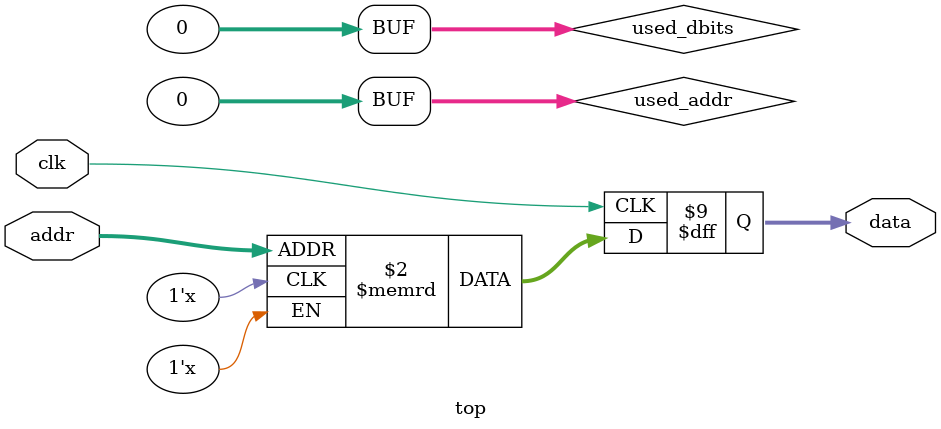
<source format=v>
`ifdef FORMAL
`define assume(_expr_) assume(_expr_)
`else
`define assume(_expr_)
`endif

module top(input clk, input [4:0] addr, output reg [31:0] data);
	reg [31:0] mem [0:31];
	always @(posedge clk)
		data <= mem[addr];

	reg [31:0] used_addr = 0;
	reg [31:0] used_dbits = 0;
	reg initstate = 1;

    always @(posedge clk) begin
        initstate <= 1;

        if (!initstate) begin
            //`assume(data != 0);
            //`assume((used_dbits & data) == 0);
        end
    end
endmodule

</source>
